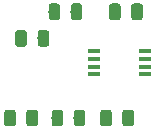
<source format=gbr>
G04 #@! TF.GenerationSoftware,KiCad,Pcbnew,5.1.2*
G04 #@! TF.CreationDate,2019-06-26T09:28:03-05:00*
G04 #@! TF.ProjectId,LN4890,4c4e3438-3930-42e6-9b69-6361645f7063,rev?*
G04 #@! TF.SameCoordinates,Original*
G04 #@! TF.FileFunction,Paste,Top*
G04 #@! TF.FilePolarity,Positive*
%FSLAX46Y46*%
G04 Gerber Fmt 4.6, Leading zero omitted, Abs format (unit mm)*
G04 Created by KiCad (PCBNEW 5.1.2) date 2019-06-26 09:28:03*
%MOMM*%
%LPD*%
G04 APERTURE LIST*
%ADD10C,0.100000*%
%ADD11C,0.975000*%
%ADD12R,1.100000X0.400000*%
G04 APERTURE END LIST*
D10*
G36*
X135830142Y-82051174D02*
G01*
X135853803Y-82054684D01*
X135877007Y-82060496D01*
X135899529Y-82068554D01*
X135921153Y-82078782D01*
X135941670Y-82091079D01*
X135960883Y-82105329D01*
X135978607Y-82121393D01*
X135994671Y-82139117D01*
X136008921Y-82158330D01*
X136021218Y-82178847D01*
X136031446Y-82200471D01*
X136039504Y-82222993D01*
X136045316Y-82246197D01*
X136048826Y-82269858D01*
X136050000Y-82293750D01*
X136050000Y-83206250D01*
X136048826Y-83230142D01*
X136045316Y-83253803D01*
X136039504Y-83277007D01*
X136031446Y-83299529D01*
X136021218Y-83321153D01*
X136008921Y-83341670D01*
X135994671Y-83360883D01*
X135978607Y-83378607D01*
X135960883Y-83394671D01*
X135941670Y-83408921D01*
X135921153Y-83421218D01*
X135899529Y-83431446D01*
X135877007Y-83439504D01*
X135853803Y-83445316D01*
X135830142Y-83448826D01*
X135806250Y-83450000D01*
X135318750Y-83450000D01*
X135294858Y-83448826D01*
X135271197Y-83445316D01*
X135247993Y-83439504D01*
X135225471Y-83431446D01*
X135203847Y-83421218D01*
X135183330Y-83408921D01*
X135164117Y-83394671D01*
X135146393Y-83378607D01*
X135130329Y-83360883D01*
X135116079Y-83341670D01*
X135103782Y-83321153D01*
X135093554Y-83299529D01*
X135085496Y-83277007D01*
X135079684Y-83253803D01*
X135076174Y-83230142D01*
X135075000Y-83206250D01*
X135075000Y-82293750D01*
X135076174Y-82269858D01*
X135079684Y-82246197D01*
X135085496Y-82222993D01*
X135093554Y-82200471D01*
X135103782Y-82178847D01*
X135116079Y-82158330D01*
X135130329Y-82139117D01*
X135146393Y-82121393D01*
X135164117Y-82105329D01*
X135183330Y-82091079D01*
X135203847Y-82078782D01*
X135225471Y-82068554D01*
X135247993Y-82060496D01*
X135271197Y-82054684D01*
X135294858Y-82051174D01*
X135318750Y-82050000D01*
X135806250Y-82050000D01*
X135830142Y-82051174D01*
X135830142Y-82051174D01*
G37*
D11*
X135562500Y-82750000D03*
D10*
G36*
X137705142Y-82051174D02*
G01*
X137728803Y-82054684D01*
X137752007Y-82060496D01*
X137774529Y-82068554D01*
X137796153Y-82078782D01*
X137816670Y-82091079D01*
X137835883Y-82105329D01*
X137853607Y-82121393D01*
X137869671Y-82139117D01*
X137883921Y-82158330D01*
X137896218Y-82178847D01*
X137906446Y-82200471D01*
X137914504Y-82222993D01*
X137920316Y-82246197D01*
X137923826Y-82269858D01*
X137925000Y-82293750D01*
X137925000Y-83206250D01*
X137923826Y-83230142D01*
X137920316Y-83253803D01*
X137914504Y-83277007D01*
X137906446Y-83299529D01*
X137896218Y-83321153D01*
X137883921Y-83341670D01*
X137869671Y-83360883D01*
X137853607Y-83378607D01*
X137835883Y-83394671D01*
X137816670Y-83408921D01*
X137796153Y-83421218D01*
X137774529Y-83431446D01*
X137752007Y-83439504D01*
X137728803Y-83445316D01*
X137705142Y-83448826D01*
X137681250Y-83450000D01*
X137193750Y-83450000D01*
X137169858Y-83448826D01*
X137146197Y-83445316D01*
X137122993Y-83439504D01*
X137100471Y-83431446D01*
X137078847Y-83421218D01*
X137058330Y-83408921D01*
X137039117Y-83394671D01*
X137021393Y-83378607D01*
X137005329Y-83360883D01*
X136991079Y-83341670D01*
X136978782Y-83321153D01*
X136968554Y-83299529D01*
X136960496Y-83277007D01*
X136954684Y-83253803D01*
X136951174Y-83230142D01*
X136950000Y-83206250D01*
X136950000Y-82293750D01*
X136951174Y-82269858D01*
X136954684Y-82246197D01*
X136960496Y-82222993D01*
X136968554Y-82200471D01*
X136978782Y-82178847D01*
X136991079Y-82158330D01*
X137005329Y-82139117D01*
X137021393Y-82121393D01*
X137039117Y-82105329D01*
X137058330Y-82091079D01*
X137078847Y-82078782D01*
X137100471Y-82068554D01*
X137122993Y-82060496D01*
X137146197Y-82054684D01*
X137169858Y-82051174D01*
X137193750Y-82050000D01*
X137681250Y-82050000D01*
X137705142Y-82051174D01*
X137705142Y-82051174D01*
G37*
D11*
X137437500Y-82750000D03*
D10*
G36*
X136767642Y-88801174D02*
G01*
X136791303Y-88804684D01*
X136814507Y-88810496D01*
X136837029Y-88818554D01*
X136858653Y-88828782D01*
X136879170Y-88841079D01*
X136898383Y-88855329D01*
X136916107Y-88871393D01*
X136932171Y-88889117D01*
X136946421Y-88908330D01*
X136958718Y-88928847D01*
X136968946Y-88950471D01*
X136977004Y-88972993D01*
X136982816Y-88996197D01*
X136986326Y-89019858D01*
X136987500Y-89043750D01*
X136987500Y-89956250D01*
X136986326Y-89980142D01*
X136982816Y-90003803D01*
X136977004Y-90027007D01*
X136968946Y-90049529D01*
X136958718Y-90071153D01*
X136946421Y-90091670D01*
X136932171Y-90110883D01*
X136916107Y-90128607D01*
X136898383Y-90144671D01*
X136879170Y-90158921D01*
X136858653Y-90171218D01*
X136837029Y-90181446D01*
X136814507Y-90189504D01*
X136791303Y-90195316D01*
X136767642Y-90198826D01*
X136743750Y-90200000D01*
X136256250Y-90200000D01*
X136232358Y-90198826D01*
X136208697Y-90195316D01*
X136185493Y-90189504D01*
X136162971Y-90181446D01*
X136141347Y-90171218D01*
X136120830Y-90158921D01*
X136101617Y-90144671D01*
X136083893Y-90128607D01*
X136067829Y-90110883D01*
X136053579Y-90091670D01*
X136041282Y-90071153D01*
X136031054Y-90049529D01*
X136022996Y-90027007D01*
X136017184Y-90003803D01*
X136013674Y-89980142D01*
X136012500Y-89956250D01*
X136012500Y-89043750D01*
X136013674Y-89019858D01*
X136017184Y-88996197D01*
X136022996Y-88972993D01*
X136031054Y-88950471D01*
X136041282Y-88928847D01*
X136053579Y-88908330D01*
X136067829Y-88889117D01*
X136083893Y-88871393D01*
X136101617Y-88855329D01*
X136120830Y-88841079D01*
X136141347Y-88828782D01*
X136162971Y-88818554D01*
X136185493Y-88810496D01*
X136208697Y-88804684D01*
X136232358Y-88801174D01*
X136256250Y-88800000D01*
X136743750Y-88800000D01*
X136767642Y-88801174D01*
X136767642Y-88801174D01*
G37*
D11*
X136500000Y-89500000D03*
D10*
G36*
X134892642Y-88801174D02*
G01*
X134916303Y-88804684D01*
X134939507Y-88810496D01*
X134962029Y-88818554D01*
X134983653Y-88828782D01*
X135004170Y-88841079D01*
X135023383Y-88855329D01*
X135041107Y-88871393D01*
X135057171Y-88889117D01*
X135071421Y-88908330D01*
X135083718Y-88928847D01*
X135093946Y-88950471D01*
X135102004Y-88972993D01*
X135107816Y-88996197D01*
X135111326Y-89019858D01*
X135112500Y-89043750D01*
X135112500Y-89956250D01*
X135111326Y-89980142D01*
X135107816Y-90003803D01*
X135102004Y-90027007D01*
X135093946Y-90049529D01*
X135083718Y-90071153D01*
X135071421Y-90091670D01*
X135057171Y-90110883D01*
X135041107Y-90128607D01*
X135023383Y-90144671D01*
X135004170Y-90158921D01*
X134983653Y-90171218D01*
X134962029Y-90181446D01*
X134939507Y-90189504D01*
X134916303Y-90195316D01*
X134892642Y-90198826D01*
X134868750Y-90200000D01*
X134381250Y-90200000D01*
X134357358Y-90198826D01*
X134333697Y-90195316D01*
X134310493Y-90189504D01*
X134287971Y-90181446D01*
X134266347Y-90171218D01*
X134245830Y-90158921D01*
X134226617Y-90144671D01*
X134208893Y-90128607D01*
X134192829Y-90110883D01*
X134178579Y-90091670D01*
X134166282Y-90071153D01*
X134156054Y-90049529D01*
X134147996Y-90027007D01*
X134142184Y-90003803D01*
X134138674Y-89980142D01*
X134137500Y-89956250D01*
X134137500Y-89043750D01*
X134138674Y-89019858D01*
X134142184Y-88996197D01*
X134147996Y-88972993D01*
X134156054Y-88950471D01*
X134166282Y-88928847D01*
X134178579Y-88908330D01*
X134192829Y-88889117D01*
X134208893Y-88871393D01*
X134226617Y-88855329D01*
X134245830Y-88841079D01*
X134266347Y-88828782D01*
X134287971Y-88818554D01*
X134310493Y-88810496D01*
X134333697Y-88804684D01*
X134357358Y-88801174D01*
X134381250Y-88800000D01*
X134868750Y-88800000D01*
X134892642Y-88801174D01*
X134892642Y-88801174D01*
G37*
D11*
X134625000Y-89500000D03*
D10*
G36*
X143767642Y-79801174D02*
G01*
X143791303Y-79804684D01*
X143814507Y-79810496D01*
X143837029Y-79818554D01*
X143858653Y-79828782D01*
X143879170Y-79841079D01*
X143898383Y-79855329D01*
X143916107Y-79871393D01*
X143932171Y-79889117D01*
X143946421Y-79908330D01*
X143958718Y-79928847D01*
X143968946Y-79950471D01*
X143977004Y-79972993D01*
X143982816Y-79996197D01*
X143986326Y-80019858D01*
X143987500Y-80043750D01*
X143987500Y-80956250D01*
X143986326Y-80980142D01*
X143982816Y-81003803D01*
X143977004Y-81027007D01*
X143968946Y-81049529D01*
X143958718Y-81071153D01*
X143946421Y-81091670D01*
X143932171Y-81110883D01*
X143916107Y-81128607D01*
X143898383Y-81144671D01*
X143879170Y-81158921D01*
X143858653Y-81171218D01*
X143837029Y-81181446D01*
X143814507Y-81189504D01*
X143791303Y-81195316D01*
X143767642Y-81198826D01*
X143743750Y-81200000D01*
X143256250Y-81200000D01*
X143232358Y-81198826D01*
X143208697Y-81195316D01*
X143185493Y-81189504D01*
X143162971Y-81181446D01*
X143141347Y-81171218D01*
X143120830Y-81158921D01*
X143101617Y-81144671D01*
X143083893Y-81128607D01*
X143067829Y-81110883D01*
X143053579Y-81091670D01*
X143041282Y-81071153D01*
X143031054Y-81049529D01*
X143022996Y-81027007D01*
X143017184Y-81003803D01*
X143013674Y-80980142D01*
X143012500Y-80956250D01*
X143012500Y-80043750D01*
X143013674Y-80019858D01*
X143017184Y-79996197D01*
X143022996Y-79972993D01*
X143031054Y-79950471D01*
X143041282Y-79928847D01*
X143053579Y-79908330D01*
X143067829Y-79889117D01*
X143083893Y-79871393D01*
X143101617Y-79855329D01*
X143120830Y-79841079D01*
X143141347Y-79828782D01*
X143162971Y-79818554D01*
X143185493Y-79810496D01*
X143208697Y-79804684D01*
X143232358Y-79801174D01*
X143256250Y-79800000D01*
X143743750Y-79800000D01*
X143767642Y-79801174D01*
X143767642Y-79801174D01*
G37*
D11*
X143500000Y-80500000D03*
D10*
G36*
X145642642Y-79801174D02*
G01*
X145666303Y-79804684D01*
X145689507Y-79810496D01*
X145712029Y-79818554D01*
X145733653Y-79828782D01*
X145754170Y-79841079D01*
X145773383Y-79855329D01*
X145791107Y-79871393D01*
X145807171Y-79889117D01*
X145821421Y-79908330D01*
X145833718Y-79928847D01*
X145843946Y-79950471D01*
X145852004Y-79972993D01*
X145857816Y-79996197D01*
X145861326Y-80019858D01*
X145862500Y-80043750D01*
X145862500Y-80956250D01*
X145861326Y-80980142D01*
X145857816Y-81003803D01*
X145852004Y-81027007D01*
X145843946Y-81049529D01*
X145833718Y-81071153D01*
X145821421Y-81091670D01*
X145807171Y-81110883D01*
X145791107Y-81128607D01*
X145773383Y-81144671D01*
X145754170Y-81158921D01*
X145733653Y-81171218D01*
X145712029Y-81181446D01*
X145689507Y-81189504D01*
X145666303Y-81195316D01*
X145642642Y-81198826D01*
X145618750Y-81200000D01*
X145131250Y-81200000D01*
X145107358Y-81198826D01*
X145083697Y-81195316D01*
X145060493Y-81189504D01*
X145037971Y-81181446D01*
X145016347Y-81171218D01*
X144995830Y-81158921D01*
X144976617Y-81144671D01*
X144958893Y-81128607D01*
X144942829Y-81110883D01*
X144928579Y-81091670D01*
X144916282Y-81071153D01*
X144906054Y-81049529D01*
X144897996Y-81027007D01*
X144892184Y-81003803D01*
X144888674Y-80980142D01*
X144887500Y-80956250D01*
X144887500Y-80043750D01*
X144888674Y-80019858D01*
X144892184Y-79996197D01*
X144897996Y-79972993D01*
X144906054Y-79950471D01*
X144916282Y-79928847D01*
X144928579Y-79908330D01*
X144942829Y-79889117D01*
X144958893Y-79871393D01*
X144976617Y-79855329D01*
X144995830Y-79841079D01*
X145016347Y-79828782D01*
X145037971Y-79818554D01*
X145060493Y-79810496D01*
X145083697Y-79804684D01*
X145107358Y-79801174D01*
X145131250Y-79800000D01*
X145618750Y-79800000D01*
X145642642Y-79801174D01*
X145642642Y-79801174D01*
G37*
D11*
X145375000Y-80500000D03*
D10*
G36*
X138642642Y-79801174D02*
G01*
X138666303Y-79804684D01*
X138689507Y-79810496D01*
X138712029Y-79818554D01*
X138733653Y-79828782D01*
X138754170Y-79841079D01*
X138773383Y-79855329D01*
X138791107Y-79871393D01*
X138807171Y-79889117D01*
X138821421Y-79908330D01*
X138833718Y-79928847D01*
X138843946Y-79950471D01*
X138852004Y-79972993D01*
X138857816Y-79996197D01*
X138861326Y-80019858D01*
X138862500Y-80043750D01*
X138862500Y-80956250D01*
X138861326Y-80980142D01*
X138857816Y-81003803D01*
X138852004Y-81027007D01*
X138843946Y-81049529D01*
X138833718Y-81071153D01*
X138821421Y-81091670D01*
X138807171Y-81110883D01*
X138791107Y-81128607D01*
X138773383Y-81144671D01*
X138754170Y-81158921D01*
X138733653Y-81171218D01*
X138712029Y-81181446D01*
X138689507Y-81189504D01*
X138666303Y-81195316D01*
X138642642Y-81198826D01*
X138618750Y-81200000D01*
X138131250Y-81200000D01*
X138107358Y-81198826D01*
X138083697Y-81195316D01*
X138060493Y-81189504D01*
X138037971Y-81181446D01*
X138016347Y-81171218D01*
X137995830Y-81158921D01*
X137976617Y-81144671D01*
X137958893Y-81128607D01*
X137942829Y-81110883D01*
X137928579Y-81091670D01*
X137916282Y-81071153D01*
X137906054Y-81049529D01*
X137897996Y-81027007D01*
X137892184Y-81003803D01*
X137888674Y-80980142D01*
X137887500Y-80956250D01*
X137887500Y-80043750D01*
X137888674Y-80019858D01*
X137892184Y-79996197D01*
X137897996Y-79972993D01*
X137906054Y-79950471D01*
X137916282Y-79928847D01*
X137928579Y-79908330D01*
X137942829Y-79889117D01*
X137958893Y-79871393D01*
X137976617Y-79855329D01*
X137995830Y-79841079D01*
X138016347Y-79828782D01*
X138037971Y-79818554D01*
X138060493Y-79810496D01*
X138083697Y-79804684D01*
X138107358Y-79801174D01*
X138131250Y-79800000D01*
X138618750Y-79800000D01*
X138642642Y-79801174D01*
X138642642Y-79801174D01*
G37*
D11*
X138375000Y-80500000D03*
D10*
G36*
X140517642Y-79801174D02*
G01*
X140541303Y-79804684D01*
X140564507Y-79810496D01*
X140587029Y-79818554D01*
X140608653Y-79828782D01*
X140629170Y-79841079D01*
X140648383Y-79855329D01*
X140666107Y-79871393D01*
X140682171Y-79889117D01*
X140696421Y-79908330D01*
X140708718Y-79928847D01*
X140718946Y-79950471D01*
X140727004Y-79972993D01*
X140732816Y-79996197D01*
X140736326Y-80019858D01*
X140737500Y-80043750D01*
X140737500Y-80956250D01*
X140736326Y-80980142D01*
X140732816Y-81003803D01*
X140727004Y-81027007D01*
X140718946Y-81049529D01*
X140708718Y-81071153D01*
X140696421Y-81091670D01*
X140682171Y-81110883D01*
X140666107Y-81128607D01*
X140648383Y-81144671D01*
X140629170Y-81158921D01*
X140608653Y-81171218D01*
X140587029Y-81181446D01*
X140564507Y-81189504D01*
X140541303Y-81195316D01*
X140517642Y-81198826D01*
X140493750Y-81200000D01*
X140006250Y-81200000D01*
X139982358Y-81198826D01*
X139958697Y-81195316D01*
X139935493Y-81189504D01*
X139912971Y-81181446D01*
X139891347Y-81171218D01*
X139870830Y-81158921D01*
X139851617Y-81144671D01*
X139833893Y-81128607D01*
X139817829Y-81110883D01*
X139803579Y-81091670D01*
X139791282Y-81071153D01*
X139781054Y-81049529D01*
X139772996Y-81027007D01*
X139767184Y-81003803D01*
X139763674Y-80980142D01*
X139762500Y-80956250D01*
X139762500Y-80043750D01*
X139763674Y-80019858D01*
X139767184Y-79996197D01*
X139772996Y-79972993D01*
X139781054Y-79950471D01*
X139791282Y-79928847D01*
X139803579Y-79908330D01*
X139817829Y-79889117D01*
X139833893Y-79871393D01*
X139851617Y-79855329D01*
X139870830Y-79841079D01*
X139891347Y-79828782D01*
X139912971Y-79818554D01*
X139935493Y-79810496D01*
X139958697Y-79804684D01*
X139982358Y-79801174D01*
X140006250Y-79800000D01*
X140493750Y-79800000D01*
X140517642Y-79801174D01*
X140517642Y-79801174D01*
G37*
D11*
X140250000Y-80500000D03*
D10*
G36*
X140767642Y-88801174D02*
G01*
X140791303Y-88804684D01*
X140814507Y-88810496D01*
X140837029Y-88818554D01*
X140858653Y-88828782D01*
X140879170Y-88841079D01*
X140898383Y-88855329D01*
X140916107Y-88871393D01*
X140932171Y-88889117D01*
X140946421Y-88908330D01*
X140958718Y-88928847D01*
X140968946Y-88950471D01*
X140977004Y-88972993D01*
X140982816Y-88996197D01*
X140986326Y-89019858D01*
X140987500Y-89043750D01*
X140987500Y-89956250D01*
X140986326Y-89980142D01*
X140982816Y-90003803D01*
X140977004Y-90027007D01*
X140968946Y-90049529D01*
X140958718Y-90071153D01*
X140946421Y-90091670D01*
X140932171Y-90110883D01*
X140916107Y-90128607D01*
X140898383Y-90144671D01*
X140879170Y-90158921D01*
X140858653Y-90171218D01*
X140837029Y-90181446D01*
X140814507Y-90189504D01*
X140791303Y-90195316D01*
X140767642Y-90198826D01*
X140743750Y-90200000D01*
X140256250Y-90200000D01*
X140232358Y-90198826D01*
X140208697Y-90195316D01*
X140185493Y-90189504D01*
X140162971Y-90181446D01*
X140141347Y-90171218D01*
X140120830Y-90158921D01*
X140101617Y-90144671D01*
X140083893Y-90128607D01*
X140067829Y-90110883D01*
X140053579Y-90091670D01*
X140041282Y-90071153D01*
X140031054Y-90049529D01*
X140022996Y-90027007D01*
X140017184Y-90003803D01*
X140013674Y-89980142D01*
X140012500Y-89956250D01*
X140012500Y-89043750D01*
X140013674Y-89019858D01*
X140017184Y-88996197D01*
X140022996Y-88972993D01*
X140031054Y-88950471D01*
X140041282Y-88928847D01*
X140053579Y-88908330D01*
X140067829Y-88889117D01*
X140083893Y-88871393D01*
X140101617Y-88855329D01*
X140120830Y-88841079D01*
X140141347Y-88828782D01*
X140162971Y-88818554D01*
X140185493Y-88810496D01*
X140208697Y-88804684D01*
X140232358Y-88801174D01*
X140256250Y-88800000D01*
X140743750Y-88800000D01*
X140767642Y-88801174D01*
X140767642Y-88801174D01*
G37*
D11*
X140500000Y-89500000D03*
D10*
G36*
X138892642Y-88801174D02*
G01*
X138916303Y-88804684D01*
X138939507Y-88810496D01*
X138962029Y-88818554D01*
X138983653Y-88828782D01*
X139004170Y-88841079D01*
X139023383Y-88855329D01*
X139041107Y-88871393D01*
X139057171Y-88889117D01*
X139071421Y-88908330D01*
X139083718Y-88928847D01*
X139093946Y-88950471D01*
X139102004Y-88972993D01*
X139107816Y-88996197D01*
X139111326Y-89019858D01*
X139112500Y-89043750D01*
X139112500Y-89956250D01*
X139111326Y-89980142D01*
X139107816Y-90003803D01*
X139102004Y-90027007D01*
X139093946Y-90049529D01*
X139083718Y-90071153D01*
X139071421Y-90091670D01*
X139057171Y-90110883D01*
X139041107Y-90128607D01*
X139023383Y-90144671D01*
X139004170Y-90158921D01*
X138983653Y-90171218D01*
X138962029Y-90181446D01*
X138939507Y-90189504D01*
X138916303Y-90195316D01*
X138892642Y-90198826D01*
X138868750Y-90200000D01*
X138381250Y-90200000D01*
X138357358Y-90198826D01*
X138333697Y-90195316D01*
X138310493Y-90189504D01*
X138287971Y-90181446D01*
X138266347Y-90171218D01*
X138245830Y-90158921D01*
X138226617Y-90144671D01*
X138208893Y-90128607D01*
X138192829Y-90110883D01*
X138178579Y-90091670D01*
X138166282Y-90071153D01*
X138156054Y-90049529D01*
X138147996Y-90027007D01*
X138142184Y-90003803D01*
X138138674Y-89980142D01*
X138137500Y-89956250D01*
X138137500Y-89043750D01*
X138138674Y-89019858D01*
X138142184Y-88996197D01*
X138147996Y-88972993D01*
X138156054Y-88950471D01*
X138166282Y-88928847D01*
X138178579Y-88908330D01*
X138192829Y-88889117D01*
X138208893Y-88871393D01*
X138226617Y-88855329D01*
X138245830Y-88841079D01*
X138266347Y-88828782D01*
X138287971Y-88818554D01*
X138310493Y-88810496D01*
X138333697Y-88804684D01*
X138357358Y-88801174D01*
X138381250Y-88800000D01*
X138868750Y-88800000D01*
X138892642Y-88801174D01*
X138892642Y-88801174D01*
G37*
D11*
X138625000Y-89500000D03*
D10*
G36*
X143017642Y-88801174D02*
G01*
X143041303Y-88804684D01*
X143064507Y-88810496D01*
X143087029Y-88818554D01*
X143108653Y-88828782D01*
X143129170Y-88841079D01*
X143148383Y-88855329D01*
X143166107Y-88871393D01*
X143182171Y-88889117D01*
X143196421Y-88908330D01*
X143208718Y-88928847D01*
X143218946Y-88950471D01*
X143227004Y-88972993D01*
X143232816Y-88996197D01*
X143236326Y-89019858D01*
X143237500Y-89043750D01*
X143237500Y-89956250D01*
X143236326Y-89980142D01*
X143232816Y-90003803D01*
X143227004Y-90027007D01*
X143218946Y-90049529D01*
X143208718Y-90071153D01*
X143196421Y-90091670D01*
X143182171Y-90110883D01*
X143166107Y-90128607D01*
X143148383Y-90144671D01*
X143129170Y-90158921D01*
X143108653Y-90171218D01*
X143087029Y-90181446D01*
X143064507Y-90189504D01*
X143041303Y-90195316D01*
X143017642Y-90198826D01*
X142993750Y-90200000D01*
X142506250Y-90200000D01*
X142482358Y-90198826D01*
X142458697Y-90195316D01*
X142435493Y-90189504D01*
X142412971Y-90181446D01*
X142391347Y-90171218D01*
X142370830Y-90158921D01*
X142351617Y-90144671D01*
X142333893Y-90128607D01*
X142317829Y-90110883D01*
X142303579Y-90091670D01*
X142291282Y-90071153D01*
X142281054Y-90049529D01*
X142272996Y-90027007D01*
X142267184Y-90003803D01*
X142263674Y-89980142D01*
X142262500Y-89956250D01*
X142262500Y-89043750D01*
X142263674Y-89019858D01*
X142267184Y-88996197D01*
X142272996Y-88972993D01*
X142281054Y-88950471D01*
X142291282Y-88928847D01*
X142303579Y-88908330D01*
X142317829Y-88889117D01*
X142333893Y-88871393D01*
X142351617Y-88855329D01*
X142370830Y-88841079D01*
X142391347Y-88828782D01*
X142412971Y-88818554D01*
X142435493Y-88810496D01*
X142458697Y-88804684D01*
X142482358Y-88801174D01*
X142506250Y-88800000D01*
X142993750Y-88800000D01*
X143017642Y-88801174D01*
X143017642Y-88801174D01*
G37*
D11*
X142750000Y-89500000D03*
D10*
G36*
X144892642Y-88801174D02*
G01*
X144916303Y-88804684D01*
X144939507Y-88810496D01*
X144962029Y-88818554D01*
X144983653Y-88828782D01*
X145004170Y-88841079D01*
X145023383Y-88855329D01*
X145041107Y-88871393D01*
X145057171Y-88889117D01*
X145071421Y-88908330D01*
X145083718Y-88928847D01*
X145093946Y-88950471D01*
X145102004Y-88972993D01*
X145107816Y-88996197D01*
X145111326Y-89019858D01*
X145112500Y-89043750D01*
X145112500Y-89956250D01*
X145111326Y-89980142D01*
X145107816Y-90003803D01*
X145102004Y-90027007D01*
X145093946Y-90049529D01*
X145083718Y-90071153D01*
X145071421Y-90091670D01*
X145057171Y-90110883D01*
X145041107Y-90128607D01*
X145023383Y-90144671D01*
X145004170Y-90158921D01*
X144983653Y-90171218D01*
X144962029Y-90181446D01*
X144939507Y-90189504D01*
X144916303Y-90195316D01*
X144892642Y-90198826D01*
X144868750Y-90200000D01*
X144381250Y-90200000D01*
X144357358Y-90198826D01*
X144333697Y-90195316D01*
X144310493Y-90189504D01*
X144287971Y-90181446D01*
X144266347Y-90171218D01*
X144245830Y-90158921D01*
X144226617Y-90144671D01*
X144208893Y-90128607D01*
X144192829Y-90110883D01*
X144178579Y-90091670D01*
X144166282Y-90071153D01*
X144156054Y-90049529D01*
X144147996Y-90027007D01*
X144142184Y-90003803D01*
X144138674Y-89980142D01*
X144137500Y-89956250D01*
X144137500Y-89043750D01*
X144138674Y-89019858D01*
X144142184Y-88996197D01*
X144147996Y-88972993D01*
X144156054Y-88950471D01*
X144166282Y-88928847D01*
X144178579Y-88908330D01*
X144192829Y-88889117D01*
X144208893Y-88871393D01*
X144226617Y-88855329D01*
X144245830Y-88841079D01*
X144266347Y-88828782D01*
X144287971Y-88818554D01*
X144310493Y-88810496D01*
X144333697Y-88804684D01*
X144357358Y-88801174D01*
X144381250Y-88800000D01*
X144868750Y-88800000D01*
X144892642Y-88801174D01*
X144892642Y-88801174D01*
G37*
D11*
X144625000Y-89500000D03*
D12*
X141715001Y-83850001D03*
X141715001Y-84500001D03*
X141715001Y-85150001D03*
X141715001Y-85800001D03*
X146015001Y-85800001D03*
X146015001Y-85150001D03*
X146015001Y-84500001D03*
X146015001Y-83850001D03*
M02*

</source>
